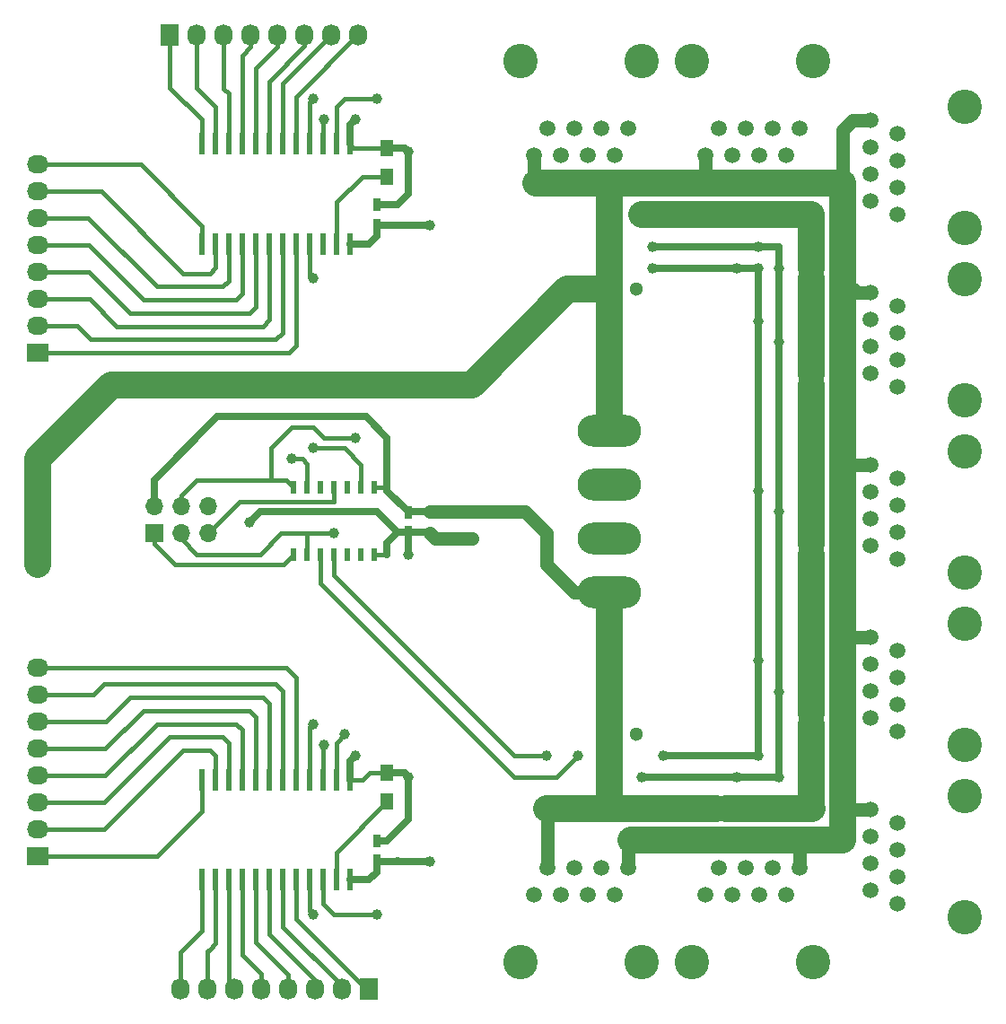
<source format=gtl>
G04 #@! TF.FileFunction,Copper,L1,Top,Signal*
%FSLAX46Y46*%
G04 Gerber Fmt 4.6, Leading zero omitted, Abs format (unit mm)*
G04 Created by KiCad (PCBNEW 4.0.7-e2-6376~58~ubuntu17.04.1) date Sun Oct 29 20:56:10 2017*
%MOMM*%
%LPD*%
G01*
G04 APERTURE LIST*
%ADD10C,0.100000*%
%ADD11R,0.750000X1.200000*%
%ADD12R,0.508000X1.143000*%
%ADD13R,0.600000X2.000000*%
%ADD14R,2.032000X1.727200*%
%ADD15O,2.032000X1.727200*%
%ADD16R,1.727200X2.032000*%
%ADD17O,1.727200X2.032000*%
%ADD18R,1.300000X1.500000*%
%ADD19C,1.300000*%
%ADD20R,1.300000X1.300000*%
%ADD21O,6.000000X3.000000*%
%ADD22C,3.250000*%
%ADD23C,1.500000*%
%ADD24R,1.700000X1.700000*%
%ADD25O,1.700000X1.700000*%
%ADD26C,1.000000*%
%ADD27C,0.635000*%
%ADD28C,1.270000*%
%ADD29C,2.540000*%
%ADD30C,0.381000*%
G04 APERTURE END LIST*
D10*
D11*
X57000000Y-102950000D03*
X57000000Y-101050000D03*
X60000000Y-70050000D03*
X60000000Y-71950000D03*
X57000000Y-42950000D03*
X57000000Y-41050000D03*
D12*
X56810000Y-67698000D03*
X55540000Y-67698000D03*
X54270000Y-67698000D03*
X53000000Y-67698000D03*
X51730000Y-67698000D03*
X50460000Y-67698000D03*
X49190000Y-67698000D03*
X49190000Y-74048000D03*
X50460000Y-74048000D03*
X53000000Y-74048000D03*
X54270000Y-74048000D03*
X55540000Y-74048000D03*
X56810000Y-74048000D03*
X51730000Y-74048000D03*
D13*
X54485000Y-95300000D03*
X53215000Y-95300000D03*
X51945000Y-95300000D03*
X50675000Y-95300000D03*
X49405000Y-95300000D03*
X48135000Y-95300000D03*
X46865000Y-95300000D03*
X45595000Y-95300000D03*
X44325000Y-95300000D03*
X43055000Y-95300000D03*
X41785000Y-95300000D03*
X40515000Y-95300000D03*
X40515000Y-104700000D03*
X41785000Y-104700000D03*
X43055000Y-104700000D03*
X44325000Y-104700000D03*
X45595000Y-104700000D03*
X46865000Y-104700000D03*
X48135000Y-104700000D03*
X49405000Y-104700000D03*
X50675000Y-104700000D03*
X51945000Y-104700000D03*
X53215000Y-104700000D03*
X54485000Y-104700000D03*
X54485000Y-35300000D03*
X53215000Y-35300000D03*
X51945000Y-35300000D03*
X50675000Y-35300000D03*
X49405000Y-35300000D03*
X48135000Y-35300000D03*
X46865000Y-35300000D03*
X45595000Y-35300000D03*
X44325000Y-35300000D03*
X43055000Y-35300000D03*
X41785000Y-35300000D03*
X40515000Y-35300000D03*
X40515000Y-44700000D03*
X41785000Y-44700000D03*
X43055000Y-44700000D03*
X44325000Y-44700000D03*
X45595000Y-44700000D03*
X46865000Y-44700000D03*
X48135000Y-44700000D03*
X49405000Y-44700000D03*
X50675000Y-44700000D03*
X51945000Y-44700000D03*
X53215000Y-44700000D03*
X54485000Y-44700000D03*
D14*
X25000000Y-102500000D03*
D15*
X25000000Y-99960000D03*
X25000000Y-97420000D03*
X25000000Y-94880000D03*
X25000000Y-92340000D03*
X25000000Y-89800000D03*
X25000000Y-87260000D03*
X25000000Y-84720000D03*
D16*
X56250000Y-115000000D03*
D17*
X53710000Y-115000000D03*
X51170000Y-115000000D03*
X48630000Y-115000000D03*
X46090000Y-115000000D03*
X43550000Y-115000000D03*
X41010000Y-115000000D03*
X38470000Y-115000000D03*
D16*
X37500000Y-25000000D03*
D17*
X40040000Y-25000000D03*
X42580000Y-25000000D03*
X45120000Y-25000000D03*
X47660000Y-25000000D03*
X50200000Y-25000000D03*
X52740000Y-25000000D03*
X55280000Y-25000000D03*
D14*
X25000000Y-75000000D03*
D15*
X25000000Y-72460000D03*
X25000000Y-69920000D03*
X25000000Y-67380000D03*
D14*
X25000000Y-55000000D03*
D15*
X25000000Y-52460000D03*
X25000000Y-49920000D03*
X25000000Y-47380000D03*
X25000000Y-44840000D03*
X25000000Y-42300000D03*
X25000000Y-39760000D03*
X25000000Y-37220000D03*
D18*
X58000000Y-94650000D03*
X58000000Y-97350000D03*
X58000000Y-35650000D03*
X58000000Y-38350000D03*
D19*
X81500000Y-91000000D03*
D20*
X79000000Y-91000000D03*
D19*
X81500000Y-49000000D03*
D20*
X79000000Y-49000000D03*
D21*
X79000000Y-67460000D03*
X79000000Y-62380000D03*
X79000000Y-72540000D03*
X79000000Y-77620000D03*
D19*
X66000000Y-72500000D03*
D20*
X66000000Y-70000000D03*
D22*
X112500000Y-96785000D03*
X112500000Y-108215000D03*
D23*
X103610000Y-98055000D03*
X106150000Y-99325000D03*
X103610000Y-100595000D03*
X106150000Y-101865000D03*
X103610000Y-103135000D03*
X106150000Y-104405000D03*
X103610000Y-105675000D03*
X106150000Y-106945000D03*
D22*
X98215000Y-112500000D03*
X86785000Y-112500000D03*
D23*
X96945000Y-103610000D03*
X95675000Y-106150000D03*
X94405000Y-103610000D03*
X93135000Y-106150000D03*
X91865000Y-103610000D03*
X90595000Y-106150000D03*
X89325000Y-103610000D03*
X88055000Y-106150000D03*
D22*
X112500000Y-64285000D03*
X112500000Y-75715000D03*
D23*
X103610000Y-65555000D03*
X106150000Y-66825000D03*
X103610000Y-68095000D03*
X106150000Y-69365000D03*
X103610000Y-70635000D03*
X106150000Y-71905000D03*
X103610000Y-73175000D03*
X106150000Y-74445000D03*
D22*
X112500000Y-80535000D03*
X112500000Y-91965000D03*
D23*
X103610000Y-81805000D03*
X106150000Y-83075000D03*
X103610000Y-84345000D03*
X106150000Y-85615000D03*
X103610000Y-86885000D03*
X106150000Y-88155000D03*
X103610000Y-89425000D03*
X106150000Y-90695000D03*
D22*
X81965000Y-112500000D03*
X70535000Y-112500000D03*
D23*
X80695000Y-103610000D03*
X79425000Y-106150000D03*
X78155000Y-103610000D03*
X76885000Y-106150000D03*
X75615000Y-103610000D03*
X74345000Y-106150000D03*
X73075000Y-103610000D03*
X71805000Y-106150000D03*
D22*
X112500000Y-48035000D03*
X112500000Y-59465000D03*
D23*
X103610000Y-49305000D03*
X106150000Y-50575000D03*
X103610000Y-51845000D03*
X106150000Y-53115000D03*
X103610000Y-54385000D03*
X106150000Y-55655000D03*
X103610000Y-56925000D03*
X106150000Y-58195000D03*
D22*
X112500000Y-31785000D03*
X112500000Y-43215000D03*
D23*
X103610000Y-33055000D03*
X106150000Y-34325000D03*
X103610000Y-35595000D03*
X106150000Y-36865000D03*
X103610000Y-38135000D03*
X106150000Y-39405000D03*
X103610000Y-40675000D03*
X106150000Y-41945000D03*
D22*
X70535000Y-27500000D03*
X81965000Y-27500000D03*
D23*
X71805000Y-36390000D03*
X73075000Y-33850000D03*
X74345000Y-36390000D03*
X75615000Y-33850000D03*
X76885000Y-36390000D03*
X78155000Y-33850000D03*
X79425000Y-36390000D03*
X80695000Y-33850000D03*
D22*
X86785000Y-27500000D03*
X98215000Y-27500000D03*
D23*
X88055000Y-36390000D03*
X89325000Y-33850000D03*
X90595000Y-36390000D03*
X91865000Y-33850000D03*
X93135000Y-36390000D03*
X94405000Y-33850000D03*
X95675000Y-36390000D03*
X96945000Y-33850000D03*
D24*
X36000000Y-72000000D03*
D25*
X36000000Y-69460000D03*
X38540000Y-72000000D03*
X38540000Y-69460000D03*
X41080000Y-72000000D03*
X41080000Y-69460000D03*
D26*
X62000000Y-43000000D03*
X62000000Y-103000000D03*
X98000000Y-90000000D03*
X98000000Y-89000000D03*
X62000000Y-70000000D03*
X89000000Y-98000000D03*
X90000000Y-98000000D03*
X97000000Y-98000000D03*
X98000000Y-98000000D03*
X98000000Y-74000000D03*
X98000000Y-73000000D03*
X98000000Y-58000000D03*
X98000000Y-57000000D03*
X98000000Y-48000000D03*
X98000000Y-47000000D03*
X95000000Y-42000000D03*
X96000000Y-42000000D03*
X83000000Y-42000000D03*
X82000000Y-42000000D03*
X55000000Y-93000000D03*
X55000000Y-33000000D03*
X60000000Y-74000000D03*
X60000000Y-36000000D03*
X60000000Y-95000000D03*
X45000000Y-71000000D03*
X49000000Y-65000000D03*
X51000000Y-108000000D03*
X51000000Y-48000000D03*
X51000000Y-64000000D03*
X51000000Y-90000000D03*
X51000000Y-31000000D03*
X54000000Y-91000000D03*
X55000000Y-63000000D03*
X53000000Y-72000000D03*
X52000000Y-33000000D03*
X52000000Y-92000000D03*
X73000000Y-93000000D03*
X82000000Y-95000000D03*
X91000000Y-95000000D03*
X95000000Y-95000000D03*
X95000000Y-87000000D03*
X95000000Y-70000000D03*
X95000000Y-54000000D03*
X95000000Y-47000000D03*
X93000000Y-45000000D03*
X83000000Y-45000000D03*
X76000000Y-93000000D03*
X84000000Y-93000000D03*
X93000000Y-93000000D03*
X93000000Y-84000000D03*
X93000000Y-68000000D03*
X93000000Y-52000000D03*
X93000000Y-47000000D03*
X83000000Y-47000000D03*
X91000000Y-47000000D03*
X57000000Y-31000000D03*
X57000000Y-108000000D03*
D27*
X62000000Y-43000000D02*
X59000000Y-43000000D01*
X59000000Y-103000000D02*
X57050000Y-103000000D01*
X57050000Y-103000000D02*
X57000000Y-102950000D01*
X58950000Y-102950000D02*
X59000000Y-103000000D01*
X62000000Y-103000000D02*
X59000000Y-103000000D01*
D28*
X66000000Y-70000000D02*
X71000000Y-70000000D01*
X75620000Y-77620000D02*
X79000000Y-77620000D01*
X73000000Y-75000000D02*
X75620000Y-77620000D01*
X73000000Y-72000000D02*
X73000000Y-75000000D01*
X71000000Y-70000000D02*
X73000000Y-72000000D01*
X62000000Y-70000000D02*
X66000000Y-70000000D01*
D29*
X79000000Y-91000000D02*
X79000000Y-98000000D01*
D27*
X57000000Y-42950000D02*
X58950000Y-42950000D01*
X58950000Y-42950000D02*
X59000000Y-43000000D01*
X54485000Y-44700000D02*
X56300000Y-44700000D01*
X57000000Y-44000000D02*
X57000000Y-42950000D01*
X56300000Y-44700000D02*
X57000000Y-44000000D01*
X54485000Y-104700000D02*
X56300000Y-104700000D01*
X56300000Y-104700000D02*
X57000000Y-104000000D01*
X57000000Y-104000000D02*
X57000000Y-102950000D01*
X58000000Y-65000000D02*
X58000000Y-64000000D01*
X58000000Y-68000000D02*
X58000000Y-65000000D01*
X36000000Y-67000000D02*
X36000000Y-69460000D01*
X42000000Y-61000000D02*
X54000000Y-61000000D01*
X36000000Y-67000000D02*
X42000000Y-61000000D01*
X56000000Y-61000000D02*
X54000000Y-61000000D01*
X58000000Y-63000000D02*
X56000000Y-61000000D01*
X58000000Y-64000000D02*
X58000000Y-63000000D01*
D30*
X56810000Y-67698000D02*
X57698000Y-67698000D01*
X57698000Y-67698000D02*
X58000000Y-68000000D01*
D27*
X60000000Y-70050000D02*
X60000000Y-70000000D01*
X60000000Y-70000000D02*
X58000000Y-68000000D01*
X62000000Y-70000000D02*
X60050000Y-70000000D01*
X60050000Y-70000000D02*
X60000000Y-70050000D01*
D28*
X73075000Y-103610000D02*
X73075000Y-98000000D01*
X73075000Y-98000000D02*
X73000000Y-98000000D01*
D29*
X79000000Y-98000000D02*
X73000000Y-98000000D01*
D28*
X98000000Y-98000000D02*
X98078998Y-98000000D01*
D29*
X98000000Y-75000000D02*
X98000000Y-74000000D01*
X79000000Y-98000000D02*
X89000000Y-98000000D01*
X90000000Y-98000000D02*
X97000000Y-98000000D01*
X97000000Y-98000000D02*
X98078998Y-98000000D01*
X98078998Y-98000000D02*
X98000000Y-97921002D01*
X98000000Y-97921002D02*
X98000000Y-90000000D01*
X98000000Y-89000000D02*
X98000000Y-75000000D01*
D28*
X95000000Y-42000000D02*
X95078998Y-41921002D01*
X95078998Y-41921002D02*
X95000000Y-42000000D01*
X95000000Y-42000000D02*
X95000000Y-41921002D01*
X96000000Y-42000000D02*
X96000000Y-41921002D01*
X96000000Y-41921002D02*
X96000000Y-42000000D01*
X96000000Y-42000000D02*
X96000000Y-41921002D01*
X82000000Y-42000000D02*
X82000000Y-41921002D01*
X82078998Y-42000000D02*
X82000000Y-41921002D01*
X82078998Y-42000000D02*
X83000000Y-42000000D01*
X83000000Y-42000000D02*
X84000000Y-42000000D01*
D29*
X79000000Y-77620000D02*
X79000000Y-91000000D01*
X98000000Y-73000000D02*
X98000000Y-58000000D01*
X98000000Y-57000000D02*
X98000000Y-48000000D01*
X98000000Y-47000000D02*
X98000000Y-41921002D01*
X98000000Y-41921002D02*
X95000000Y-41921002D01*
X95000000Y-41921002D02*
X96000000Y-41921002D01*
X96000000Y-41921002D02*
X82000000Y-41921002D01*
D30*
X54485000Y-95300000D02*
X55700000Y-95300000D01*
X56350000Y-94650000D02*
X58000000Y-94650000D01*
X55700000Y-95300000D02*
X56350000Y-94650000D01*
D27*
X54485000Y-95300000D02*
X54485000Y-93515000D01*
X54485000Y-93515000D02*
X55000000Y-93000000D01*
D30*
X58000000Y-35650000D02*
X54835000Y-35650000D01*
X54835000Y-35650000D02*
X54485000Y-35300000D01*
D27*
X54485000Y-35300000D02*
X54485000Y-33515000D01*
X54485000Y-33515000D02*
X55000000Y-33000000D01*
X60000000Y-71950000D02*
X60000000Y-74000000D01*
X59650000Y-94650000D02*
X60000000Y-95000000D01*
X60000000Y-95000000D02*
X60000000Y-99000000D01*
X60000000Y-99000000D02*
X57950000Y-101050000D01*
X57950000Y-101050000D02*
X57000000Y-101050000D01*
X58000000Y-94650000D02*
X59650000Y-94650000D01*
X57000000Y-41050000D02*
X58950000Y-41050000D01*
X59650000Y-35650000D02*
X58000000Y-35650000D01*
X60000000Y-36000000D02*
X59650000Y-35650000D01*
X60000000Y-40000000D02*
X60000000Y-36000000D01*
X58950000Y-41050000D02*
X60000000Y-40000000D01*
X60000000Y-71950000D02*
X61950000Y-71950000D01*
D28*
X62500000Y-72500000D02*
X62000000Y-72000000D01*
X62500000Y-72500000D02*
X66000000Y-72500000D01*
D27*
X61950000Y-71950000D02*
X62000000Y-72000000D01*
X57952000Y-72948000D02*
X57952000Y-74048000D01*
D30*
X56810000Y-74048000D02*
X57952000Y-74048000D01*
D27*
X57952000Y-72948000D02*
X58950000Y-71950000D01*
X57000000Y-70000000D02*
X58950000Y-71950000D01*
X46000000Y-70000000D02*
X57000000Y-70000000D01*
X45000000Y-71000000D02*
X46000000Y-70000000D01*
X58950000Y-71950000D02*
X60000000Y-71950000D01*
X60000000Y-72000000D02*
X60000000Y-71950000D01*
D30*
X50460000Y-67698000D02*
X50460000Y-65460000D01*
X50000000Y-65000000D02*
X49000000Y-65000000D01*
X50460000Y-65460000D02*
X50000000Y-65000000D01*
X50675000Y-107675000D02*
X51000000Y-108000000D01*
X50675000Y-104700000D02*
X50675000Y-107675000D01*
X50675000Y-47675000D02*
X51000000Y-48000000D01*
X50675000Y-47675000D02*
X50675000Y-44700000D01*
X55540000Y-67698000D02*
X55540000Y-65540000D01*
X54000000Y-64000000D02*
X51000000Y-64000000D01*
X55540000Y-65540000D02*
X54000000Y-64000000D01*
X50675000Y-90325000D02*
X51000000Y-90000000D01*
X50675000Y-95300000D02*
X50675000Y-90325000D01*
X50675000Y-31325000D02*
X51000000Y-31000000D01*
X50675000Y-31325000D02*
X50675000Y-35300000D01*
X53000000Y-67698000D02*
X53000000Y-69000000D01*
X44080000Y-69000000D02*
X41080000Y-72000000D01*
X48000000Y-69000000D02*
X44080000Y-69000000D01*
X48000000Y-69000000D02*
X48000000Y-69000000D01*
X51000000Y-69000000D02*
X48000000Y-69000000D01*
X53000000Y-69000000D02*
X51000000Y-69000000D01*
X53215000Y-95300000D02*
X53215000Y-91785000D01*
X53215000Y-91785000D02*
X54000000Y-91000000D01*
X47000000Y-64000000D02*
X47000000Y-67000000D01*
X49000000Y-62000000D02*
X47000000Y-64000000D01*
X51000000Y-62000000D02*
X49000000Y-62000000D01*
X52000000Y-63000000D02*
X51000000Y-62000000D01*
X55000000Y-63000000D02*
X52000000Y-63000000D01*
X38540000Y-69460000D02*
X38540000Y-68460000D01*
X48492000Y-67000000D02*
X49190000Y-67698000D01*
X40000000Y-67000000D02*
X47000000Y-67000000D01*
X47000000Y-67000000D02*
X48492000Y-67000000D01*
X38540000Y-68460000D02*
X40000000Y-67000000D01*
X36000000Y-72000000D02*
X36000000Y-73000000D01*
X48238000Y-75000000D02*
X49190000Y-74048000D01*
X38000000Y-75000000D02*
X48238000Y-75000000D01*
X36000000Y-73000000D02*
X38000000Y-75000000D01*
X50460000Y-74048000D02*
X50460000Y-72000000D01*
X50460000Y-72000000D02*
X50000000Y-72000000D01*
X38540000Y-72000000D02*
X38540000Y-72540000D01*
X38540000Y-72540000D02*
X40000000Y-74000000D01*
X40000000Y-74000000D02*
X46000000Y-74000000D01*
X46000000Y-74000000D02*
X48000000Y-72000000D01*
X48000000Y-72000000D02*
X50000000Y-72000000D01*
X50000000Y-72000000D02*
X53000000Y-72000000D01*
X51945000Y-35300000D02*
X51945000Y-33055000D01*
X52000000Y-33000000D02*
X51945000Y-33055000D01*
X51945000Y-92055000D02*
X52000000Y-92000000D01*
X51945000Y-92055000D02*
X51945000Y-95300000D01*
X53000000Y-74048000D02*
X53000000Y-76000000D01*
X53000000Y-76000000D02*
X70000000Y-93000000D01*
X70000000Y-93000000D02*
X73000000Y-93000000D01*
D27*
X82000000Y-95000000D02*
X91000000Y-95000000D01*
X95000000Y-95000000D02*
X92000000Y-95000000D01*
X92000000Y-95000000D02*
X91000000Y-95000000D01*
X95000000Y-87000000D02*
X95000000Y-95000000D01*
X95000000Y-70000000D02*
X95000000Y-87000000D01*
X95000000Y-70000000D02*
X95000000Y-54000000D01*
X95000000Y-50000000D02*
X95000000Y-54000000D01*
X95000000Y-47000000D02*
X95000000Y-50000000D01*
X93000000Y-45000000D02*
X95000000Y-45000000D01*
X95000000Y-45000000D02*
X95000000Y-47000000D01*
X93000000Y-45000000D02*
X83000000Y-45000000D01*
D30*
X76000000Y-93000000D02*
X74000000Y-95000000D01*
X51730000Y-76730000D02*
X51730000Y-74048000D01*
X51730000Y-76730000D02*
X70000000Y-95000000D01*
X70000000Y-95000000D02*
X74000000Y-95000000D01*
X74000000Y-95000000D02*
X74000000Y-95000000D01*
D27*
X84000000Y-93000000D02*
X93000000Y-93000000D01*
X93000000Y-84000000D02*
X93000000Y-93000000D01*
X93000000Y-84000000D02*
X93000000Y-68000000D01*
X93000000Y-52000000D02*
X93000000Y-68000000D01*
X93000000Y-52000000D02*
X93000000Y-47000000D01*
X91000000Y-47000000D02*
X93000000Y-47000000D01*
X83000000Y-47000000D02*
X91000000Y-47000000D01*
D30*
X49405000Y-95300000D02*
X49405000Y-85655000D01*
X48470000Y-84720000D02*
X25000000Y-84720000D01*
X49405000Y-85655000D02*
X48470000Y-84720000D01*
X48135000Y-95300000D02*
X48135000Y-86885000D01*
X30240000Y-87260000D02*
X25000000Y-87260000D01*
X31250000Y-86250000D02*
X30240000Y-87260000D01*
X47500000Y-86250000D02*
X31250000Y-86250000D01*
X48135000Y-86885000D02*
X47500000Y-86250000D01*
X46865000Y-95300000D02*
X46865000Y-88115000D01*
X31450000Y-89800000D02*
X25000000Y-89800000D01*
X33750000Y-87500000D02*
X31450000Y-89800000D01*
X46250000Y-87500000D02*
X33750000Y-87500000D01*
X46865000Y-88115000D02*
X46250000Y-87500000D01*
X45595000Y-95300000D02*
X45595000Y-89345000D01*
X31410000Y-92340000D02*
X25000000Y-92340000D01*
X35000000Y-88750000D02*
X31410000Y-92340000D01*
X45000000Y-88750000D02*
X35000000Y-88750000D01*
X45595000Y-89345000D02*
X45000000Y-88750000D01*
X44325000Y-95300000D02*
X44325000Y-90575000D01*
X31370000Y-94880000D02*
X25000000Y-94880000D01*
X36250000Y-90000000D02*
X31370000Y-94880000D01*
X43750000Y-90000000D02*
X36250000Y-90000000D01*
X44325000Y-90575000D02*
X43750000Y-90000000D01*
X43055000Y-95300000D02*
X43055000Y-91805000D01*
X31330000Y-97420000D02*
X25000000Y-97420000D01*
X37500000Y-91250000D02*
X31330000Y-97420000D01*
X42500000Y-91250000D02*
X37500000Y-91250000D01*
X43055000Y-91805000D02*
X42500000Y-91250000D01*
X41785000Y-95300000D02*
X41785000Y-93035000D01*
X31290000Y-99960000D02*
X25000000Y-99960000D01*
X38750000Y-92500000D02*
X31290000Y-99960000D01*
X41250000Y-92500000D02*
X38750000Y-92500000D01*
X41785000Y-93035000D02*
X41250000Y-92500000D01*
X40515000Y-95300000D02*
X40515000Y-98235000D01*
X36250000Y-102500000D02*
X25000000Y-102500000D01*
X40515000Y-98235000D02*
X36250000Y-102500000D01*
X40515000Y-104700000D02*
X40515000Y-109485000D01*
X40515000Y-109485000D02*
X40000000Y-110000000D01*
X40515000Y-107200000D02*
X40515000Y-109485000D01*
X38470000Y-111530000D02*
X38470000Y-115000000D01*
X40515000Y-109485000D02*
X40000000Y-110000000D01*
X40000000Y-110000000D02*
X38470000Y-111530000D01*
X41785000Y-104700000D02*
X41785000Y-110715000D01*
X41785000Y-110715000D02*
X41250000Y-111250000D01*
X41785000Y-107200000D02*
X41785000Y-110715000D01*
X41010000Y-111490000D02*
X41010000Y-115000000D01*
X41785000Y-110715000D02*
X41250000Y-111250000D01*
X41250000Y-111250000D02*
X41010000Y-111490000D01*
X43055000Y-104700000D02*
X43055000Y-114505000D01*
X43055000Y-114505000D02*
X43550000Y-115000000D01*
X43055000Y-107200000D02*
X43055000Y-114505000D01*
X43055000Y-114505000D02*
X43550000Y-115000000D01*
X44325000Y-104700000D02*
X44325000Y-111825000D01*
X44325000Y-111825000D02*
X45000000Y-112500000D01*
X44325000Y-107200000D02*
X44325000Y-111825000D01*
X46090000Y-113590000D02*
X46090000Y-115000000D01*
X44325000Y-111825000D02*
X45000000Y-112500000D01*
X45000000Y-112500000D02*
X46090000Y-113590000D01*
X45595000Y-104700000D02*
X45595000Y-110595000D01*
X45595000Y-110595000D02*
X46250000Y-111250000D01*
X45595000Y-107200000D02*
X45595000Y-110595000D01*
X48630000Y-113630000D02*
X48630000Y-115000000D01*
X45595000Y-110595000D02*
X46250000Y-111250000D01*
X46250000Y-111250000D02*
X48630000Y-113630000D01*
X46865000Y-109000000D02*
X46865000Y-109865000D01*
X46865000Y-109865000D02*
X51170000Y-114170000D01*
X51170000Y-114170000D02*
X51170000Y-115000000D01*
X46865000Y-104700000D02*
X46865000Y-109000000D01*
X46865000Y-109000000D02*
X46865000Y-109365000D01*
X46865000Y-107200000D02*
X46865000Y-109365000D01*
X48135000Y-104700000D02*
X48135000Y-109135000D01*
X53710000Y-114710000D02*
X53710000Y-115000000D01*
X48135000Y-109135000D02*
X53710000Y-114710000D01*
X49405000Y-104700000D02*
X49405000Y-108405000D01*
X56250000Y-115250000D02*
X56250000Y-115000000D01*
X49405000Y-108405000D02*
X56250000Y-115250000D01*
X53215000Y-32000000D02*
X53215000Y-31785000D01*
X53215000Y-31785000D02*
X54000000Y-31000000D01*
X57000000Y-31000000D02*
X54000000Y-31000000D01*
X51945000Y-106945000D02*
X53000000Y-108000000D01*
X51945000Y-104700000D02*
X51945000Y-106945000D01*
X57000000Y-108000000D02*
X53000000Y-108000000D01*
X53215000Y-35300000D02*
X53215000Y-32000000D01*
X53215000Y-32000000D02*
X53215000Y-31785000D01*
X53215000Y-104700000D02*
X53215000Y-102135000D01*
X53215000Y-102135000D02*
X58000000Y-97350000D01*
X49405000Y-35300000D02*
X49405000Y-30845000D01*
X49405000Y-30845000D02*
X55280000Y-24970000D01*
X55280000Y-24970000D02*
X55280000Y-25000000D01*
X48135000Y-35300000D02*
X48135000Y-29615000D01*
X48135000Y-29615000D02*
X52740000Y-25010000D01*
X52740000Y-25010000D02*
X52740000Y-25000000D01*
X46865000Y-35300000D02*
X46865000Y-29385000D01*
X50200000Y-26050000D02*
X50200000Y-25000000D01*
X46865000Y-29385000D02*
X50200000Y-26050000D01*
X45595000Y-35300000D02*
X45595000Y-28155000D01*
X47660000Y-26090000D02*
X47660000Y-25000000D01*
X45595000Y-28155000D02*
X47660000Y-26090000D01*
X44325000Y-35300000D02*
X44325000Y-26925000D01*
X45120000Y-26130000D02*
X45120000Y-25000000D01*
X44325000Y-26925000D02*
X45120000Y-26130000D01*
X43055000Y-35300000D02*
X43055000Y-30555000D01*
X42580000Y-30080000D02*
X42580000Y-25000000D01*
X43055000Y-30555000D02*
X42580000Y-30080000D01*
X41785000Y-35300000D02*
X41785000Y-31785000D01*
X40040000Y-30040000D02*
X40040000Y-25000000D01*
X41785000Y-31785000D02*
X40040000Y-30040000D01*
X40515000Y-35300000D02*
X40515000Y-33015000D01*
X37500000Y-30000000D02*
X37500000Y-25000000D01*
X40515000Y-33015000D02*
X37500000Y-30000000D01*
X40515000Y-44700000D02*
X40515000Y-43015000D01*
X34720000Y-37220000D02*
X25000000Y-37220000D01*
X40515000Y-43015000D02*
X34720000Y-37220000D01*
X41785000Y-44700000D02*
X41785000Y-46965000D01*
X31010000Y-39760000D02*
X25000000Y-39760000D01*
X38750000Y-47500000D02*
X31010000Y-39760000D01*
X41250000Y-47500000D02*
X38750000Y-47500000D01*
X41785000Y-46965000D02*
X41250000Y-47500000D01*
X43055000Y-44700000D02*
X43055000Y-48195000D01*
X29800000Y-42300000D02*
X25000000Y-42300000D01*
X36250000Y-48750000D02*
X29800000Y-42300000D01*
X42500000Y-48750000D02*
X36250000Y-48750000D01*
X43055000Y-48195000D02*
X42500000Y-48750000D01*
X44325000Y-44700000D02*
X44325000Y-49425000D01*
X29840000Y-44840000D02*
X25000000Y-44840000D01*
X35000000Y-50000000D02*
X29840000Y-44840000D01*
X43750000Y-50000000D02*
X35000000Y-50000000D01*
X44325000Y-49425000D02*
X43750000Y-50000000D01*
X45595000Y-44700000D02*
X45595000Y-50655000D01*
X29880000Y-47380000D02*
X25000000Y-47380000D01*
X33750000Y-51250000D02*
X29880000Y-47380000D01*
X45000000Y-51250000D02*
X33750000Y-51250000D01*
X45595000Y-50655000D02*
X45000000Y-51250000D01*
X46865000Y-44700000D02*
X46865000Y-51885000D01*
X29920000Y-49920000D02*
X25000000Y-49920000D01*
X32500000Y-52500000D02*
X29920000Y-49920000D01*
X46250000Y-52500000D02*
X32500000Y-52500000D01*
X46865000Y-51885000D02*
X46250000Y-52500000D01*
X48135000Y-44700000D02*
X48135000Y-53115000D01*
X28710000Y-52460000D02*
X25000000Y-52460000D01*
X30000000Y-53750000D02*
X28710000Y-52460000D01*
X47500000Y-53750000D02*
X30000000Y-53750000D01*
X48135000Y-53115000D02*
X47500000Y-53750000D01*
X49405000Y-44700000D02*
X49405000Y-54345000D01*
X48750000Y-55000000D02*
X25000000Y-55000000D01*
X49405000Y-54345000D02*
X48750000Y-55000000D01*
X53215000Y-44700000D02*
X53215000Y-40785000D01*
X55650000Y-38350000D02*
X58000000Y-38350000D01*
X53215000Y-40785000D02*
X55650000Y-38350000D01*
D29*
X25000000Y-67380000D02*
X25000000Y-65000000D01*
X75000000Y-49000000D02*
X79000000Y-49000000D01*
X66000000Y-58000000D02*
X75000000Y-49000000D01*
X32000000Y-58000000D02*
X66000000Y-58000000D01*
X25000000Y-65000000D02*
X32000000Y-58000000D01*
X25000000Y-69920000D02*
X25000000Y-67380000D01*
X25000000Y-72460000D02*
X25000000Y-69920000D01*
X25000000Y-75000000D02*
X25000000Y-72460000D01*
D28*
X71805000Y-36390000D02*
X71805000Y-38805000D01*
D29*
X72000000Y-39000000D02*
X79000000Y-39000000D01*
D28*
X71805000Y-38805000D02*
X72000000Y-39000000D01*
X88055000Y-36390000D02*
X88055000Y-39000000D01*
X88055000Y-39000000D02*
X88000000Y-39000000D01*
X103610000Y-33055000D02*
X101945000Y-33055000D01*
X101000000Y-34000000D02*
X101000000Y-39000000D01*
X101945000Y-33055000D02*
X101000000Y-34000000D01*
X103610000Y-49305000D02*
X101000000Y-49305000D01*
X102000000Y-49000000D02*
X101000000Y-49000000D01*
X101305000Y-49000000D02*
X102000000Y-49000000D01*
X101000000Y-49305000D02*
X101305000Y-49000000D01*
X103610000Y-65555000D02*
X101000000Y-65555000D01*
X101000000Y-65555000D02*
X101000000Y-65000000D01*
X103610000Y-81805000D02*
X101000000Y-81805000D01*
X101000000Y-81805000D02*
X101000000Y-82000000D01*
X103610000Y-98055000D02*
X101000000Y-98055000D01*
X101000000Y-98055000D02*
X101000000Y-98000000D01*
X96945000Y-103610000D02*
X96945000Y-101000000D01*
X96945000Y-101000000D02*
X97000000Y-101000000D01*
X80695000Y-103610000D02*
X80695000Y-101305000D01*
D29*
X101000000Y-101000000D02*
X97000000Y-101000000D01*
X97000000Y-101000000D02*
X82000000Y-101000000D01*
X82000000Y-101000000D02*
X81000000Y-101000000D01*
X101000000Y-39000000D02*
X88000000Y-39000000D01*
X88000000Y-39000000D02*
X79000000Y-39000000D01*
X101000000Y-39000000D02*
X101000000Y-49000000D01*
X101000000Y-49000000D02*
X101000000Y-65000000D01*
X101000000Y-65000000D02*
X101000000Y-82000000D01*
X101000000Y-82000000D02*
X101000000Y-98000000D01*
X101000000Y-98000000D02*
X101000000Y-101000000D01*
D28*
X80695000Y-101305000D02*
X81000000Y-101000000D01*
D29*
X79000000Y-39000000D02*
X79000000Y-49000000D01*
X79000000Y-62380000D02*
X79000000Y-49000000D01*
M02*

</source>
